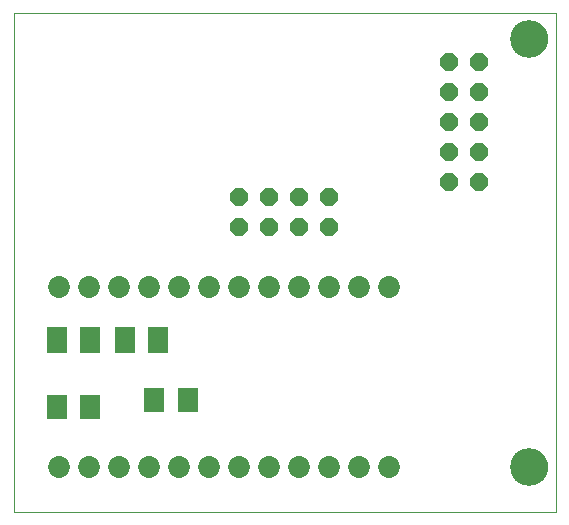
<source format=gbs>
G75*
%MOIN*%
%OFA0B0*%
%FSLAX25Y25*%
%IPPOS*%
%LPD*%
%AMOC8*
5,1,8,0,0,1.08239X$1,22.5*
%
%ADD10C,0.00000*%
%ADD11C,0.12611*%
%ADD12R,0.07099X0.07898*%
%ADD13R,0.07099X0.08674*%
%ADD14C,0.07296*%
%ADD15OC8,0.05950*%
D10*
X0001600Y0001600D02*
X0001600Y0168254D01*
X0182427Y0168254D01*
X0182427Y0001600D01*
X0001600Y0001600D01*
X0167663Y0016836D02*
X0167665Y0016989D01*
X0167671Y0017143D01*
X0167681Y0017296D01*
X0167695Y0017448D01*
X0167713Y0017601D01*
X0167735Y0017752D01*
X0167760Y0017903D01*
X0167790Y0018054D01*
X0167824Y0018204D01*
X0167861Y0018352D01*
X0167902Y0018500D01*
X0167947Y0018646D01*
X0167996Y0018792D01*
X0168049Y0018936D01*
X0168105Y0019078D01*
X0168165Y0019219D01*
X0168229Y0019359D01*
X0168296Y0019497D01*
X0168367Y0019633D01*
X0168442Y0019767D01*
X0168519Y0019899D01*
X0168601Y0020029D01*
X0168685Y0020157D01*
X0168773Y0020283D01*
X0168864Y0020406D01*
X0168958Y0020527D01*
X0169056Y0020645D01*
X0169156Y0020761D01*
X0169260Y0020874D01*
X0169366Y0020985D01*
X0169475Y0021093D01*
X0169587Y0021198D01*
X0169701Y0021299D01*
X0169819Y0021398D01*
X0169938Y0021494D01*
X0170060Y0021587D01*
X0170185Y0021676D01*
X0170312Y0021763D01*
X0170441Y0021845D01*
X0170572Y0021925D01*
X0170705Y0022001D01*
X0170840Y0022074D01*
X0170977Y0022143D01*
X0171116Y0022208D01*
X0171256Y0022270D01*
X0171398Y0022328D01*
X0171541Y0022383D01*
X0171686Y0022434D01*
X0171832Y0022481D01*
X0171979Y0022524D01*
X0172127Y0022563D01*
X0172276Y0022599D01*
X0172426Y0022630D01*
X0172577Y0022658D01*
X0172728Y0022682D01*
X0172881Y0022702D01*
X0173033Y0022718D01*
X0173186Y0022730D01*
X0173339Y0022738D01*
X0173492Y0022742D01*
X0173646Y0022742D01*
X0173799Y0022738D01*
X0173952Y0022730D01*
X0174105Y0022718D01*
X0174257Y0022702D01*
X0174410Y0022682D01*
X0174561Y0022658D01*
X0174712Y0022630D01*
X0174862Y0022599D01*
X0175011Y0022563D01*
X0175159Y0022524D01*
X0175306Y0022481D01*
X0175452Y0022434D01*
X0175597Y0022383D01*
X0175740Y0022328D01*
X0175882Y0022270D01*
X0176022Y0022208D01*
X0176161Y0022143D01*
X0176298Y0022074D01*
X0176433Y0022001D01*
X0176566Y0021925D01*
X0176697Y0021845D01*
X0176826Y0021763D01*
X0176953Y0021676D01*
X0177078Y0021587D01*
X0177200Y0021494D01*
X0177319Y0021398D01*
X0177437Y0021299D01*
X0177551Y0021198D01*
X0177663Y0021093D01*
X0177772Y0020985D01*
X0177878Y0020874D01*
X0177982Y0020761D01*
X0178082Y0020645D01*
X0178180Y0020527D01*
X0178274Y0020406D01*
X0178365Y0020283D01*
X0178453Y0020157D01*
X0178537Y0020029D01*
X0178619Y0019899D01*
X0178696Y0019767D01*
X0178771Y0019633D01*
X0178842Y0019497D01*
X0178909Y0019359D01*
X0178973Y0019219D01*
X0179033Y0019078D01*
X0179089Y0018936D01*
X0179142Y0018792D01*
X0179191Y0018646D01*
X0179236Y0018500D01*
X0179277Y0018352D01*
X0179314Y0018204D01*
X0179348Y0018054D01*
X0179378Y0017903D01*
X0179403Y0017752D01*
X0179425Y0017601D01*
X0179443Y0017448D01*
X0179457Y0017296D01*
X0179467Y0017143D01*
X0179473Y0016989D01*
X0179475Y0016836D01*
X0179473Y0016683D01*
X0179467Y0016529D01*
X0179457Y0016376D01*
X0179443Y0016224D01*
X0179425Y0016071D01*
X0179403Y0015920D01*
X0179378Y0015769D01*
X0179348Y0015618D01*
X0179314Y0015468D01*
X0179277Y0015320D01*
X0179236Y0015172D01*
X0179191Y0015026D01*
X0179142Y0014880D01*
X0179089Y0014736D01*
X0179033Y0014594D01*
X0178973Y0014453D01*
X0178909Y0014313D01*
X0178842Y0014175D01*
X0178771Y0014039D01*
X0178696Y0013905D01*
X0178619Y0013773D01*
X0178537Y0013643D01*
X0178453Y0013515D01*
X0178365Y0013389D01*
X0178274Y0013266D01*
X0178180Y0013145D01*
X0178082Y0013027D01*
X0177982Y0012911D01*
X0177878Y0012798D01*
X0177772Y0012687D01*
X0177663Y0012579D01*
X0177551Y0012474D01*
X0177437Y0012373D01*
X0177319Y0012274D01*
X0177200Y0012178D01*
X0177078Y0012085D01*
X0176953Y0011996D01*
X0176826Y0011909D01*
X0176697Y0011827D01*
X0176566Y0011747D01*
X0176433Y0011671D01*
X0176298Y0011598D01*
X0176161Y0011529D01*
X0176022Y0011464D01*
X0175882Y0011402D01*
X0175740Y0011344D01*
X0175597Y0011289D01*
X0175452Y0011238D01*
X0175306Y0011191D01*
X0175159Y0011148D01*
X0175011Y0011109D01*
X0174862Y0011073D01*
X0174712Y0011042D01*
X0174561Y0011014D01*
X0174410Y0010990D01*
X0174257Y0010970D01*
X0174105Y0010954D01*
X0173952Y0010942D01*
X0173799Y0010934D01*
X0173646Y0010930D01*
X0173492Y0010930D01*
X0173339Y0010934D01*
X0173186Y0010942D01*
X0173033Y0010954D01*
X0172881Y0010970D01*
X0172728Y0010990D01*
X0172577Y0011014D01*
X0172426Y0011042D01*
X0172276Y0011073D01*
X0172127Y0011109D01*
X0171979Y0011148D01*
X0171832Y0011191D01*
X0171686Y0011238D01*
X0171541Y0011289D01*
X0171398Y0011344D01*
X0171256Y0011402D01*
X0171116Y0011464D01*
X0170977Y0011529D01*
X0170840Y0011598D01*
X0170705Y0011671D01*
X0170572Y0011747D01*
X0170441Y0011827D01*
X0170312Y0011909D01*
X0170185Y0011996D01*
X0170060Y0012085D01*
X0169938Y0012178D01*
X0169819Y0012274D01*
X0169701Y0012373D01*
X0169587Y0012474D01*
X0169475Y0012579D01*
X0169366Y0012687D01*
X0169260Y0012798D01*
X0169156Y0012911D01*
X0169056Y0013027D01*
X0168958Y0013145D01*
X0168864Y0013266D01*
X0168773Y0013389D01*
X0168685Y0013515D01*
X0168601Y0013643D01*
X0168519Y0013773D01*
X0168442Y0013905D01*
X0168367Y0014039D01*
X0168296Y0014175D01*
X0168229Y0014313D01*
X0168165Y0014453D01*
X0168105Y0014594D01*
X0168049Y0014736D01*
X0167996Y0014880D01*
X0167947Y0015026D01*
X0167902Y0015172D01*
X0167861Y0015320D01*
X0167824Y0015468D01*
X0167790Y0015618D01*
X0167760Y0015769D01*
X0167735Y0015920D01*
X0167713Y0016071D01*
X0167695Y0016224D01*
X0167681Y0016376D01*
X0167671Y0016529D01*
X0167665Y0016683D01*
X0167663Y0016836D01*
X0167663Y0159553D02*
X0167665Y0159706D01*
X0167671Y0159860D01*
X0167681Y0160013D01*
X0167695Y0160165D01*
X0167713Y0160318D01*
X0167735Y0160469D01*
X0167760Y0160620D01*
X0167790Y0160771D01*
X0167824Y0160921D01*
X0167861Y0161069D01*
X0167902Y0161217D01*
X0167947Y0161363D01*
X0167996Y0161509D01*
X0168049Y0161653D01*
X0168105Y0161795D01*
X0168165Y0161936D01*
X0168229Y0162076D01*
X0168296Y0162214D01*
X0168367Y0162350D01*
X0168442Y0162484D01*
X0168519Y0162616D01*
X0168601Y0162746D01*
X0168685Y0162874D01*
X0168773Y0163000D01*
X0168864Y0163123D01*
X0168958Y0163244D01*
X0169056Y0163362D01*
X0169156Y0163478D01*
X0169260Y0163591D01*
X0169366Y0163702D01*
X0169475Y0163810D01*
X0169587Y0163915D01*
X0169701Y0164016D01*
X0169819Y0164115D01*
X0169938Y0164211D01*
X0170060Y0164304D01*
X0170185Y0164393D01*
X0170312Y0164480D01*
X0170441Y0164562D01*
X0170572Y0164642D01*
X0170705Y0164718D01*
X0170840Y0164791D01*
X0170977Y0164860D01*
X0171116Y0164925D01*
X0171256Y0164987D01*
X0171398Y0165045D01*
X0171541Y0165100D01*
X0171686Y0165151D01*
X0171832Y0165198D01*
X0171979Y0165241D01*
X0172127Y0165280D01*
X0172276Y0165316D01*
X0172426Y0165347D01*
X0172577Y0165375D01*
X0172728Y0165399D01*
X0172881Y0165419D01*
X0173033Y0165435D01*
X0173186Y0165447D01*
X0173339Y0165455D01*
X0173492Y0165459D01*
X0173646Y0165459D01*
X0173799Y0165455D01*
X0173952Y0165447D01*
X0174105Y0165435D01*
X0174257Y0165419D01*
X0174410Y0165399D01*
X0174561Y0165375D01*
X0174712Y0165347D01*
X0174862Y0165316D01*
X0175011Y0165280D01*
X0175159Y0165241D01*
X0175306Y0165198D01*
X0175452Y0165151D01*
X0175597Y0165100D01*
X0175740Y0165045D01*
X0175882Y0164987D01*
X0176022Y0164925D01*
X0176161Y0164860D01*
X0176298Y0164791D01*
X0176433Y0164718D01*
X0176566Y0164642D01*
X0176697Y0164562D01*
X0176826Y0164480D01*
X0176953Y0164393D01*
X0177078Y0164304D01*
X0177200Y0164211D01*
X0177319Y0164115D01*
X0177437Y0164016D01*
X0177551Y0163915D01*
X0177663Y0163810D01*
X0177772Y0163702D01*
X0177878Y0163591D01*
X0177982Y0163478D01*
X0178082Y0163362D01*
X0178180Y0163244D01*
X0178274Y0163123D01*
X0178365Y0163000D01*
X0178453Y0162874D01*
X0178537Y0162746D01*
X0178619Y0162616D01*
X0178696Y0162484D01*
X0178771Y0162350D01*
X0178842Y0162214D01*
X0178909Y0162076D01*
X0178973Y0161936D01*
X0179033Y0161795D01*
X0179089Y0161653D01*
X0179142Y0161509D01*
X0179191Y0161363D01*
X0179236Y0161217D01*
X0179277Y0161069D01*
X0179314Y0160921D01*
X0179348Y0160771D01*
X0179378Y0160620D01*
X0179403Y0160469D01*
X0179425Y0160318D01*
X0179443Y0160165D01*
X0179457Y0160013D01*
X0179467Y0159860D01*
X0179473Y0159706D01*
X0179475Y0159553D01*
X0179473Y0159400D01*
X0179467Y0159246D01*
X0179457Y0159093D01*
X0179443Y0158941D01*
X0179425Y0158788D01*
X0179403Y0158637D01*
X0179378Y0158486D01*
X0179348Y0158335D01*
X0179314Y0158185D01*
X0179277Y0158037D01*
X0179236Y0157889D01*
X0179191Y0157743D01*
X0179142Y0157597D01*
X0179089Y0157453D01*
X0179033Y0157311D01*
X0178973Y0157170D01*
X0178909Y0157030D01*
X0178842Y0156892D01*
X0178771Y0156756D01*
X0178696Y0156622D01*
X0178619Y0156490D01*
X0178537Y0156360D01*
X0178453Y0156232D01*
X0178365Y0156106D01*
X0178274Y0155983D01*
X0178180Y0155862D01*
X0178082Y0155744D01*
X0177982Y0155628D01*
X0177878Y0155515D01*
X0177772Y0155404D01*
X0177663Y0155296D01*
X0177551Y0155191D01*
X0177437Y0155090D01*
X0177319Y0154991D01*
X0177200Y0154895D01*
X0177078Y0154802D01*
X0176953Y0154713D01*
X0176826Y0154626D01*
X0176697Y0154544D01*
X0176566Y0154464D01*
X0176433Y0154388D01*
X0176298Y0154315D01*
X0176161Y0154246D01*
X0176022Y0154181D01*
X0175882Y0154119D01*
X0175740Y0154061D01*
X0175597Y0154006D01*
X0175452Y0153955D01*
X0175306Y0153908D01*
X0175159Y0153865D01*
X0175011Y0153826D01*
X0174862Y0153790D01*
X0174712Y0153759D01*
X0174561Y0153731D01*
X0174410Y0153707D01*
X0174257Y0153687D01*
X0174105Y0153671D01*
X0173952Y0153659D01*
X0173799Y0153651D01*
X0173646Y0153647D01*
X0173492Y0153647D01*
X0173339Y0153651D01*
X0173186Y0153659D01*
X0173033Y0153671D01*
X0172881Y0153687D01*
X0172728Y0153707D01*
X0172577Y0153731D01*
X0172426Y0153759D01*
X0172276Y0153790D01*
X0172127Y0153826D01*
X0171979Y0153865D01*
X0171832Y0153908D01*
X0171686Y0153955D01*
X0171541Y0154006D01*
X0171398Y0154061D01*
X0171256Y0154119D01*
X0171116Y0154181D01*
X0170977Y0154246D01*
X0170840Y0154315D01*
X0170705Y0154388D01*
X0170572Y0154464D01*
X0170441Y0154544D01*
X0170312Y0154626D01*
X0170185Y0154713D01*
X0170060Y0154802D01*
X0169938Y0154895D01*
X0169819Y0154991D01*
X0169701Y0155090D01*
X0169587Y0155191D01*
X0169475Y0155296D01*
X0169366Y0155404D01*
X0169260Y0155515D01*
X0169156Y0155628D01*
X0169056Y0155744D01*
X0168958Y0155862D01*
X0168864Y0155983D01*
X0168773Y0156106D01*
X0168685Y0156232D01*
X0168601Y0156360D01*
X0168519Y0156490D01*
X0168442Y0156622D01*
X0168367Y0156756D01*
X0168296Y0156892D01*
X0168229Y0157030D01*
X0168165Y0157170D01*
X0168105Y0157311D01*
X0168049Y0157453D01*
X0167996Y0157597D01*
X0167947Y0157743D01*
X0167902Y0157889D01*
X0167861Y0158037D01*
X0167824Y0158185D01*
X0167790Y0158335D01*
X0167760Y0158486D01*
X0167735Y0158637D01*
X0167713Y0158788D01*
X0167695Y0158941D01*
X0167681Y0159093D01*
X0167671Y0159246D01*
X0167665Y0159400D01*
X0167663Y0159553D01*
D11*
X0173569Y0159553D03*
X0173569Y0016836D03*
D12*
X0059698Y0039100D03*
X0048502Y0039100D03*
X0027198Y0036600D03*
X0016002Y0036600D03*
D13*
X0016088Y0059100D03*
X0027112Y0059100D03*
X0038588Y0059100D03*
X0049612Y0059100D03*
D14*
X0046600Y0076600D03*
X0056600Y0076600D03*
X0066600Y0076600D03*
X0076600Y0076600D03*
X0086600Y0076600D03*
X0096600Y0076600D03*
X0106600Y0076600D03*
X0116600Y0076600D03*
X0126600Y0076600D03*
X0126600Y0016600D03*
X0116600Y0016600D03*
X0106600Y0016600D03*
X0096600Y0016600D03*
X0086600Y0016600D03*
X0076600Y0016600D03*
X0066600Y0016600D03*
X0056600Y0016600D03*
X0046600Y0016600D03*
X0036600Y0016600D03*
X0026600Y0016600D03*
X0016600Y0016600D03*
X0016600Y0076600D03*
X0026600Y0076600D03*
X0036600Y0076600D03*
D15*
X0076600Y0096600D03*
X0076600Y0106600D03*
X0086600Y0106600D03*
X0086600Y0096600D03*
X0096600Y0096600D03*
X0096600Y0106600D03*
X0106600Y0106600D03*
X0106600Y0096600D03*
X0146600Y0111600D03*
X0146600Y0121600D03*
X0146600Y0131600D03*
X0146600Y0141600D03*
X0146600Y0151600D03*
X0156600Y0151600D03*
X0156600Y0141600D03*
X0156600Y0131600D03*
X0156600Y0121600D03*
X0156600Y0111600D03*
M02*

</source>
